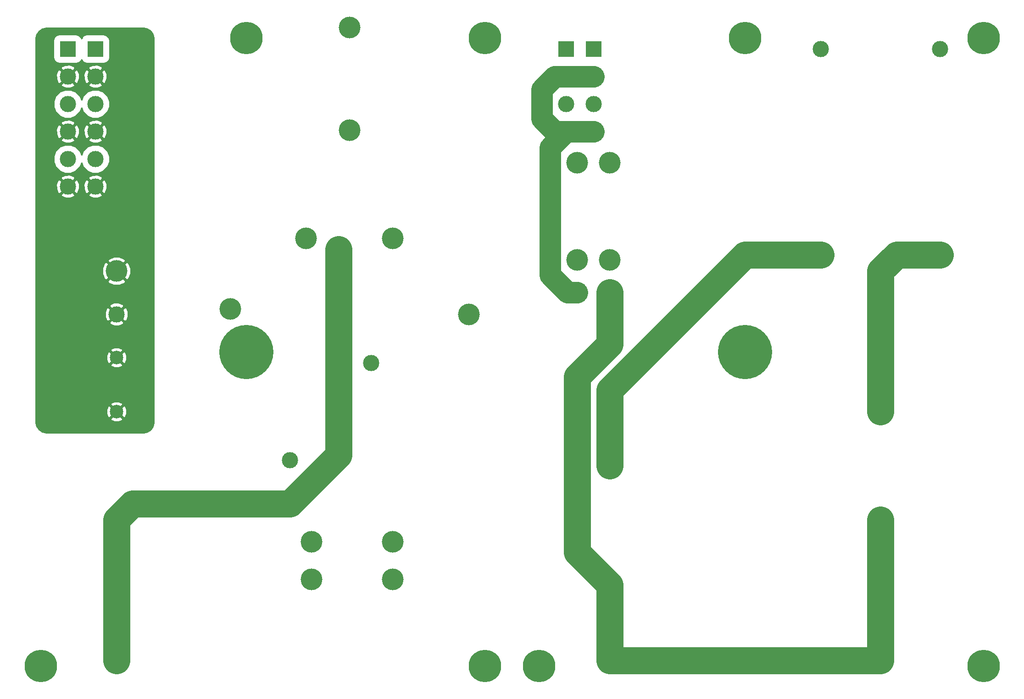
<source format=gbl>
G04 #@! TF.FileFunction,Copper,L2,Bot,Signal*
%FSLAX46Y46*%
G04 Gerber Fmt 4.6, Leading zero omitted, Abs format (unit mm)*
G04 Created by KiCad (PCBNEW 4.0.0-stable) date Monday, December 28, 2015 'PMt' 03:33:22 PM*
%MOMM*%
G01*
G04 APERTURE LIST*
%ADD10C,0.100000*%
%ADD11C,4.000000*%
%ADD12C,3.000000*%
%ADD13C,6.000000*%
%ADD14C,2.500000*%
%ADD15C,2.000000*%
%ADD16R,3.000000X3.000000*%
%ADD17C,10.000000*%
%ADD18C,5.000000*%
%ADD19C,4.000000*%
%ADD20C,0.254000*%
G04 APERTURE END LIST*
D10*
D11*
X114000000Y-71000000D03*
X128000000Y-85000000D03*
X84000000Y-84000000D03*
X98000000Y-71000000D03*
X106000000Y-32000000D03*
D12*
X104000000Y-73000000D03*
X110000000Y-94000000D03*
D11*
X106000000Y-51000000D03*
D13*
X87000000Y-34000000D03*
X131000000Y-34000000D03*
X131000000Y-150000000D03*
X49000000Y-150000000D03*
D12*
X215000000Y-36000000D03*
X215000000Y-74000000D03*
X193000000Y-74000000D03*
X193000000Y-36000000D03*
X154000000Y-149000000D03*
X154000000Y-99000000D03*
D14*
X154000000Y-143000000D03*
X154000000Y-139000000D03*
D15*
X154000000Y-135000000D03*
D14*
X154000000Y-105000000D03*
D15*
X154000000Y-113000000D03*
D14*
X154000000Y-109000000D03*
D11*
X114000000Y-127000000D03*
X114000000Y-134000000D03*
D12*
X95000000Y-120000000D03*
X95000000Y-112000000D03*
D11*
X99000000Y-127000000D03*
X99000000Y-134000000D03*
D16*
X146000000Y-36000000D03*
D12*
X146000000Y-41080000D03*
X146000000Y-46160000D03*
X146000000Y-51240000D03*
D16*
X151080000Y-36000000D03*
D12*
X151080000Y-41080000D03*
X151080000Y-46160000D03*
X151080000Y-51240000D03*
D16*
X54000000Y-36000000D03*
D12*
X54000000Y-41080000D03*
X54000000Y-46160000D03*
X54000000Y-51240000D03*
X54000000Y-56320000D03*
X54000000Y-61400000D03*
D16*
X59080000Y-36000000D03*
D12*
X59080000Y-41080000D03*
X59080000Y-46160000D03*
X59080000Y-51240000D03*
X59080000Y-56320000D03*
X59080000Y-61400000D03*
D17*
X179000000Y-92000000D03*
X87000000Y-92000000D03*
D13*
X179000000Y-34000000D03*
X141000000Y-150000000D03*
X223000000Y-150000000D03*
X223000000Y-34000000D03*
D11*
X154000000Y-75000000D03*
X148000000Y-57000000D03*
X148000000Y-75000000D03*
D14*
X148000000Y-81000000D03*
X154000000Y-81000000D03*
D11*
X154000000Y-57000000D03*
X204000000Y-149000000D03*
X204000000Y-77000000D03*
D14*
X204000000Y-133000000D03*
D12*
X204000000Y-141000000D03*
D14*
X204000000Y-93000000D03*
D12*
X204000000Y-85000000D03*
D14*
X204000000Y-123000000D03*
X204000000Y-103000000D03*
D11*
X63000000Y-149000000D03*
X63000000Y-77000000D03*
D14*
X63000000Y-133000000D03*
D12*
X63000000Y-141000000D03*
D14*
X63000000Y-93000000D03*
D12*
X63000000Y-85000000D03*
D14*
X63000000Y-123000000D03*
X63000000Y-103000000D03*
D18*
X204000000Y-133000000D02*
X204000000Y-123000000D01*
X204000000Y-141000000D02*
X204000000Y-133000000D01*
X204000000Y-149000000D02*
X204000000Y-141000000D01*
X154000000Y-143000000D02*
X154000000Y-149000000D01*
X154000000Y-139000000D02*
X154000000Y-143000000D01*
X154000000Y-135000000D02*
X154000000Y-139000000D01*
X154000000Y-81000000D02*
X154000000Y-90514706D01*
X154000000Y-90514706D02*
X147999990Y-96514715D01*
X147999990Y-128999990D02*
X153000001Y-134000001D01*
X147999990Y-96514715D02*
X147999990Y-128999990D01*
X153000001Y-134000001D02*
X154000000Y-135000000D01*
X154000000Y-149000000D02*
X204000000Y-149000000D01*
X154000000Y-109000000D02*
X154000000Y-113000000D01*
X154000000Y-105000000D02*
X154000000Y-109000000D01*
X154000000Y-99000000D02*
X154000000Y-105000000D01*
X193000000Y-74000000D02*
X179000000Y-74000000D01*
X179000000Y-74000000D02*
X154000000Y-99000000D01*
X204000000Y-93000000D02*
X204000000Y-103000000D01*
X204000000Y-85000000D02*
X204000000Y-93000000D01*
X204000000Y-77000000D02*
X204000000Y-85000000D01*
X215000000Y-74000000D02*
X207000000Y-74000000D01*
X207000000Y-74000000D02*
X204000000Y-77000000D01*
X63000000Y-141000000D02*
X63000000Y-149000000D01*
X63000000Y-133000000D02*
X63000000Y-141000000D01*
X63000000Y-123000000D02*
X63000000Y-133000000D01*
X95000000Y-120000000D02*
X66000000Y-120000000D01*
X66000000Y-120000000D02*
X63000000Y-123000000D01*
X104000000Y-73000000D02*
X104000000Y-111000000D01*
X104000000Y-111000000D02*
X95000000Y-120000000D01*
D19*
X146000000Y-51240000D02*
X142999999Y-54240001D01*
X142999999Y-54240001D02*
X142999999Y-77767765D01*
X142999999Y-77767765D02*
X146232234Y-81000000D01*
X146232234Y-81000000D02*
X148000000Y-81000000D01*
X146000000Y-51240000D02*
X151080000Y-51240000D01*
X146000000Y-41080000D02*
X143878680Y-41080000D01*
X143878680Y-41080000D02*
X141499999Y-43458681D01*
X141499999Y-43458681D02*
X141499999Y-48861319D01*
X141499999Y-48861319D02*
X143878680Y-51240000D01*
X143878680Y-51240000D02*
X146000000Y-51240000D01*
X151080000Y-41080000D02*
X146000000Y-41080000D01*
D20*
G36*
X68715814Y-32271873D02*
X69322652Y-32677348D01*
X69728127Y-33284186D01*
X69873000Y-34012509D01*
X69873000Y-104987491D01*
X69728127Y-105715814D01*
X69322652Y-106322652D01*
X68715814Y-106728127D01*
X67987491Y-106873000D01*
X50012509Y-106873000D01*
X49284186Y-106728127D01*
X48677348Y-106322652D01*
X48271873Y-105715814D01*
X48127000Y-104987491D01*
X48127000Y-104333320D01*
X61846285Y-104333320D01*
X61975533Y-104626123D01*
X62675806Y-104894388D01*
X63425435Y-104874250D01*
X64024467Y-104626123D01*
X64153715Y-104333320D01*
X63000000Y-103179605D01*
X61846285Y-104333320D01*
X48127000Y-104333320D01*
X48127000Y-102675806D01*
X61105612Y-102675806D01*
X61125750Y-103425435D01*
X61373877Y-104024467D01*
X61666680Y-104153715D01*
X62820395Y-103000000D01*
X63179605Y-103000000D01*
X64333320Y-104153715D01*
X64626123Y-104024467D01*
X64894388Y-103324194D01*
X64874250Y-102574565D01*
X64626123Y-101975533D01*
X64333320Y-101846285D01*
X63179605Y-103000000D01*
X62820395Y-103000000D01*
X61666680Y-101846285D01*
X61373877Y-101975533D01*
X61105612Y-102675806D01*
X48127000Y-102675806D01*
X48127000Y-101666680D01*
X61846285Y-101666680D01*
X63000000Y-102820395D01*
X64153715Y-101666680D01*
X64024467Y-101373877D01*
X63324194Y-101105612D01*
X62574565Y-101125750D01*
X61975533Y-101373877D01*
X61846285Y-101666680D01*
X48127000Y-101666680D01*
X48127000Y-94333320D01*
X61846285Y-94333320D01*
X61975533Y-94626123D01*
X62675806Y-94894388D01*
X63425435Y-94874250D01*
X64024467Y-94626123D01*
X64153715Y-94333320D01*
X63000000Y-93179605D01*
X61846285Y-94333320D01*
X48127000Y-94333320D01*
X48127000Y-92675806D01*
X61105612Y-92675806D01*
X61125750Y-93425435D01*
X61373877Y-94024467D01*
X61666680Y-94153715D01*
X62820395Y-93000000D01*
X63179605Y-93000000D01*
X64333320Y-94153715D01*
X64626123Y-94024467D01*
X64894388Y-93324194D01*
X64874250Y-92574565D01*
X64626123Y-91975533D01*
X64333320Y-91846285D01*
X63179605Y-93000000D01*
X62820395Y-93000000D01*
X61666680Y-91846285D01*
X61373877Y-91975533D01*
X61105612Y-92675806D01*
X48127000Y-92675806D01*
X48127000Y-91666680D01*
X61846285Y-91666680D01*
X63000000Y-92820395D01*
X64153715Y-91666680D01*
X64024467Y-91373877D01*
X63324194Y-91105612D01*
X62574565Y-91125750D01*
X61975533Y-91373877D01*
X61846285Y-91666680D01*
X48127000Y-91666680D01*
X48127000Y-86513970D01*
X61665635Y-86513970D01*
X61825418Y-86832739D01*
X62616187Y-87142723D01*
X63465387Y-87126497D01*
X64174582Y-86832739D01*
X64334365Y-86513970D01*
X63000000Y-85179605D01*
X61665635Y-86513970D01*
X48127000Y-86513970D01*
X48127000Y-84616187D01*
X60857277Y-84616187D01*
X60873503Y-85465387D01*
X61167261Y-86174582D01*
X61486030Y-86334365D01*
X62820395Y-85000000D01*
X63179605Y-85000000D01*
X64513970Y-86334365D01*
X64832739Y-86174582D01*
X65142723Y-85383813D01*
X65126497Y-84534613D01*
X64832739Y-83825418D01*
X64513970Y-83665635D01*
X63179605Y-85000000D01*
X62820395Y-85000000D01*
X61486030Y-83665635D01*
X61167261Y-83825418D01*
X60857277Y-84616187D01*
X48127000Y-84616187D01*
X48127000Y-83486030D01*
X61665635Y-83486030D01*
X63000000Y-84820395D01*
X64334365Y-83486030D01*
X64174582Y-83167261D01*
X63383813Y-82857277D01*
X62534613Y-82873503D01*
X61825418Y-83167261D01*
X61665635Y-83486030D01*
X48127000Y-83486030D01*
X48127000Y-78875022D01*
X61304584Y-78875022D01*
X61525353Y-79245743D01*
X62497012Y-79639119D01*
X63545247Y-79630713D01*
X64474647Y-79245743D01*
X64695416Y-78875022D01*
X63000000Y-77179605D01*
X61304584Y-78875022D01*
X48127000Y-78875022D01*
X48127000Y-76497012D01*
X60360881Y-76497012D01*
X60369287Y-77545247D01*
X60754257Y-78474647D01*
X61124978Y-78695416D01*
X62820395Y-77000000D01*
X63179605Y-77000000D01*
X64875022Y-78695416D01*
X65245743Y-78474647D01*
X65639119Y-77502988D01*
X65630713Y-76454753D01*
X65245743Y-75525353D01*
X64875022Y-75304584D01*
X63179605Y-77000000D01*
X62820395Y-77000000D01*
X61124978Y-75304584D01*
X60754257Y-75525353D01*
X60360881Y-76497012D01*
X48127000Y-76497012D01*
X48127000Y-75124978D01*
X61304584Y-75124978D01*
X63000000Y-76820395D01*
X64695416Y-75124978D01*
X64474647Y-74754257D01*
X63502988Y-74360881D01*
X62454753Y-74369287D01*
X61525353Y-74754257D01*
X61304584Y-75124978D01*
X48127000Y-75124978D01*
X48127000Y-62913970D01*
X52665635Y-62913970D01*
X52825418Y-63232739D01*
X53616187Y-63542723D01*
X54465387Y-63526497D01*
X55174582Y-63232739D01*
X55334365Y-62913970D01*
X57745635Y-62913970D01*
X57905418Y-63232739D01*
X58696187Y-63542723D01*
X59545387Y-63526497D01*
X60254582Y-63232739D01*
X60414365Y-62913970D01*
X59080000Y-61579605D01*
X57745635Y-62913970D01*
X55334365Y-62913970D01*
X54000000Y-61579605D01*
X52665635Y-62913970D01*
X48127000Y-62913970D01*
X48127000Y-61016187D01*
X51857277Y-61016187D01*
X51873503Y-61865387D01*
X52167261Y-62574582D01*
X52486030Y-62734365D01*
X53820395Y-61400000D01*
X54179605Y-61400000D01*
X55513970Y-62734365D01*
X55832739Y-62574582D01*
X56142723Y-61783813D01*
X56128056Y-61016187D01*
X56937277Y-61016187D01*
X56953503Y-61865387D01*
X57247261Y-62574582D01*
X57566030Y-62734365D01*
X58900395Y-61400000D01*
X59259605Y-61400000D01*
X60593970Y-62734365D01*
X60912739Y-62574582D01*
X61222723Y-61783813D01*
X61206497Y-60934613D01*
X60912739Y-60225418D01*
X60593970Y-60065635D01*
X59259605Y-61400000D01*
X58900395Y-61400000D01*
X57566030Y-60065635D01*
X57247261Y-60225418D01*
X56937277Y-61016187D01*
X56128056Y-61016187D01*
X56126497Y-60934613D01*
X55832739Y-60225418D01*
X55513970Y-60065635D01*
X54179605Y-61400000D01*
X53820395Y-61400000D01*
X52486030Y-60065635D01*
X52167261Y-60225418D01*
X51857277Y-61016187D01*
X48127000Y-61016187D01*
X48127000Y-59886030D01*
X52665635Y-59886030D01*
X54000000Y-61220395D01*
X55334365Y-59886030D01*
X57745635Y-59886030D01*
X59080000Y-61220395D01*
X60414365Y-59886030D01*
X60254582Y-59567261D01*
X59463813Y-59257277D01*
X58614613Y-59273503D01*
X57905418Y-59567261D01*
X57745635Y-59886030D01*
X55334365Y-59886030D01*
X55174582Y-59567261D01*
X54383813Y-59257277D01*
X53534613Y-59273503D01*
X52825418Y-59567261D01*
X52665635Y-59886030D01*
X48127000Y-59886030D01*
X48127000Y-56840250D01*
X51372545Y-56840250D01*
X51771639Y-57806132D01*
X52509981Y-58545764D01*
X53475165Y-58946543D01*
X54520250Y-58947455D01*
X55486132Y-58548361D01*
X56225764Y-57810019D01*
X56540279Y-57052582D01*
X56851639Y-57806132D01*
X57589981Y-58545764D01*
X58555165Y-58946543D01*
X59600250Y-58947455D01*
X60566132Y-58548361D01*
X61305764Y-57810019D01*
X61706543Y-56844835D01*
X61707455Y-55799750D01*
X61308361Y-54833868D01*
X60570019Y-54094236D01*
X59604835Y-53693457D01*
X58559750Y-53692545D01*
X57593868Y-54091639D01*
X56854236Y-54829981D01*
X56539721Y-55587418D01*
X56228361Y-54833868D01*
X55490019Y-54094236D01*
X54524835Y-53693457D01*
X53479750Y-53692545D01*
X52513868Y-54091639D01*
X51774236Y-54829981D01*
X51373457Y-55795165D01*
X51372545Y-56840250D01*
X48127000Y-56840250D01*
X48127000Y-52753970D01*
X52665635Y-52753970D01*
X52825418Y-53072739D01*
X53616187Y-53382723D01*
X54465387Y-53366497D01*
X55174582Y-53072739D01*
X55334365Y-52753970D01*
X57745635Y-52753970D01*
X57905418Y-53072739D01*
X58696187Y-53382723D01*
X59545387Y-53366497D01*
X60254582Y-53072739D01*
X60414365Y-52753970D01*
X59080000Y-51419605D01*
X57745635Y-52753970D01*
X55334365Y-52753970D01*
X54000000Y-51419605D01*
X52665635Y-52753970D01*
X48127000Y-52753970D01*
X48127000Y-50856187D01*
X51857277Y-50856187D01*
X51873503Y-51705387D01*
X52167261Y-52414582D01*
X52486030Y-52574365D01*
X53820395Y-51240000D01*
X54179605Y-51240000D01*
X55513970Y-52574365D01*
X55832739Y-52414582D01*
X56142723Y-51623813D01*
X56128056Y-50856187D01*
X56937277Y-50856187D01*
X56953503Y-51705387D01*
X57247261Y-52414582D01*
X57566030Y-52574365D01*
X58900395Y-51240000D01*
X59259605Y-51240000D01*
X60593970Y-52574365D01*
X60912739Y-52414582D01*
X61222723Y-51623813D01*
X61206497Y-50774613D01*
X60912739Y-50065418D01*
X60593970Y-49905635D01*
X59259605Y-51240000D01*
X58900395Y-51240000D01*
X57566030Y-49905635D01*
X57247261Y-50065418D01*
X56937277Y-50856187D01*
X56128056Y-50856187D01*
X56126497Y-50774613D01*
X55832739Y-50065418D01*
X55513970Y-49905635D01*
X54179605Y-51240000D01*
X53820395Y-51240000D01*
X52486030Y-49905635D01*
X52167261Y-50065418D01*
X51857277Y-50856187D01*
X48127000Y-50856187D01*
X48127000Y-49726030D01*
X52665635Y-49726030D01*
X54000000Y-51060395D01*
X55334365Y-49726030D01*
X57745635Y-49726030D01*
X59080000Y-51060395D01*
X60414365Y-49726030D01*
X60254582Y-49407261D01*
X59463813Y-49097277D01*
X58614613Y-49113503D01*
X57905418Y-49407261D01*
X57745635Y-49726030D01*
X55334365Y-49726030D01*
X55174582Y-49407261D01*
X54383813Y-49097277D01*
X53534613Y-49113503D01*
X52825418Y-49407261D01*
X52665635Y-49726030D01*
X48127000Y-49726030D01*
X48127000Y-46680250D01*
X51372545Y-46680250D01*
X51771639Y-47646132D01*
X52509981Y-48385764D01*
X53475165Y-48786543D01*
X54520250Y-48787455D01*
X55486132Y-48388361D01*
X56225764Y-47650019D01*
X56540279Y-46892582D01*
X56851639Y-47646132D01*
X57589981Y-48385764D01*
X58555165Y-48786543D01*
X59600250Y-48787455D01*
X60566132Y-48388361D01*
X61305764Y-47650019D01*
X61706543Y-46684835D01*
X61707455Y-45639750D01*
X61308361Y-44673868D01*
X60570019Y-43934236D01*
X59604835Y-43533457D01*
X58559750Y-43532545D01*
X57593868Y-43931639D01*
X56854236Y-44669981D01*
X56539721Y-45427418D01*
X56228361Y-44673868D01*
X55490019Y-43934236D01*
X54524835Y-43533457D01*
X53479750Y-43532545D01*
X52513868Y-43931639D01*
X51774236Y-44669981D01*
X51373457Y-45635165D01*
X51372545Y-46680250D01*
X48127000Y-46680250D01*
X48127000Y-42593970D01*
X52665635Y-42593970D01*
X52825418Y-42912739D01*
X53616187Y-43222723D01*
X54465387Y-43206497D01*
X55174582Y-42912739D01*
X55334365Y-42593970D01*
X57745635Y-42593970D01*
X57905418Y-42912739D01*
X58696187Y-43222723D01*
X59545387Y-43206497D01*
X60254582Y-42912739D01*
X60414365Y-42593970D01*
X59080000Y-41259605D01*
X57745635Y-42593970D01*
X55334365Y-42593970D01*
X54000000Y-41259605D01*
X52665635Y-42593970D01*
X48127000Y-42593970D01*
X48127000Y-40696187D01*
X51857277Y-40696187D01*
X51873503Y-41545387D01*
X52167261Y-42254582D01*
X52486030Y-42414365D01*
X53820395Y-41080000D01*
X54179605Y-41080000D01*
X55513970Y-42414365D01*
X55832739Y-42254582D01*
X56142723Y-41463813D01*
X56128056Y-40696187D01*
X56937277Y-40696187D01*
X56953503Y-41545387D01*
X57247261Y-42254582D01*
X57566030Y-42414365D01*
X58900395Y-41080000D01*
X59259605Y-41080000D01*
X60593970Y-42414365D01*
X60912739Y-42254582D01*
X61222723Y-41463813D01*
X61206497Y-40614613D01*
X60912739Y-39905418D01*
X60593970Y-39745635D01*
X59259605Y-41080000D01*
X58900395Y-41080000D01*
X57566030Y-39745635D01*
X57247261Y-39905418D01*
X56937277Y-40696187D01*
X56128056Y-40696187D01*
X56126497Y-40614613D01*
X55832739Y-39905418D01*
X55513970Y-39745635D01*
X54179605Y-41080000D01*
X53820395Y-41080000D01*
X52486030Y-39745635D01*
X52167261Y-39905418D01*
X51857277Y-40696187D01*
X48127000Y-40696187D01*
X48127000Y-39566030D01*
X52665635Y-39566030D01*
X54000000Y-40900395D01*
X55334365Y-39566030D01*
X57745635Y-39566030D01*
X59080000Y-40900395D01*
X60414365Y-39566030D01*
X60254582Y-39247261D01*
X59463813Y-38937277D01*
X58614613Y-38953503D01*
X57905418Y-39247261D01*
X57745635Y-39566030D01*
X55334365Y-39566030D01*
X55174582Y-39247261D01*
X54383813Y-38937277D01*
X53534613Y-38953503D01*
X52825418Y-39247261D01*
X52665635Y-39566030D01*
X48127000Y-39566030D01*
X48127000Y-34500000D01*
X51350921Y-34500000D01*
X51350921Y-37500000D01*
X51429506Y-37917641D01*
X51676331Y-38301219D01*
X52052944Y-38558548D01*
X52500000Y-38649079D01*
X55500000Y-38649079D01*
X55917641Y-38570494D01*
X56301219Y-38323669D01*
X56543039Y-37969754D01*
X56756331Y-38301219D01*
X57132944Y-38558548D01*
X57580000Y-38649079D01*
X60580000Y-38649079D01*
X60997641Y-38570494D01*
X61381219Y-38323669D01*
X61638548Y-37947056D01*
X61729079Y-37500000D01*
X61729079Y-34500000D01*
X61650494Y-34082359D01*
X61403669Y-33698781D01*
X61027056Y-33441452D01*
X60580000Y-33350921D01*
X57580000Y-33350921D01*
X57162359Y-33429506D01*
X56778781Y-33676331D01*
X56536961Y-34030246D01*
X56323669Y-33698781D01*
X55947056Y-33441452D01*
X55500000Y-33350921D01*
X52500000Y-33350921D01*
X52082359Y-33429506D01*
X51698781Y-33676331D01*
X51441452Y-34052944D01*
X51350921Y-34500000D01*
X48127000Y-34500000D01*
X48127000Y-34012509D01*
X48271873Y-33284186D01*
X48677348Y-32677348D01*
X49284186Y-32271873D01*
X50012509Y-32127000D01*
X67987491Y-32127000D01*
X68715814Y-32271873D01*
X68715814Y-32271873D01*
G37*
X68715814Y-32271873D02*
X69322652Y-32677348D01*
X69728127Y-33284186D01*
X69873000Y-34012509D01*
X69873000Y-104987491D01*
X69728127Y-105715814D01*
X69322652Y-106322652D01*
X68715814Y-106728127D01*
X67987491Y-106873000D01*
X50012509Y-106873000D01*
X49284186Y-106728127D01*
X48677348Y-106322652D01*
X48271873Y-105715814D01*
X48127000Y-104987491D01*
X48127000Y-104333320D01*
X61846285Y-104333320D01*
X61975533Y-104626123D01*
X62675806Y-104894388D01*
X63425435Y-104874250D01*
X64024467Y-104626123D01*
X64153715Y-104333320D01*
X63000000Y-103179605D01*
X61846285Y-104333320D01*
X48127000Y-104333320D01*
X48127000Y-102675806D01*
X61105612Y-102675806D01*
X61125750Y-103425435D01*
X61373877Y-104024467D01*
X61666680Y-104153715D01*
X62820395Y-103000000D01*
X63179605Y-103000000D01*
X64333320Y-104153715D01*
X64626123Y-104024467D01*
X64894388Y-103324194D01*
X64874250Y-102574565D01*
X64626123Y-101975533D01*
X64333320Y-101846285D01*
X63179605Y-103000000D01*
X62820395Y-103000000D01*
X61666680Y-101846285D01*
X61373877Y-101975533D01*
X61105612Y-102675806D01*
X48127000Y-102675806D01*
X48127000Y-101666680D01*
X61846285Y-101666680D01*
X63000000Y-102820395D01*
X64153715Y-101666680D01*
X64024467Y-101373877D01*
X63324194Y-101105612D01*
X62574565Y-101125750D01*
X61975533Y-101373877D01*
X61846285Y-101666680D01*
X48127000Y-101666680D01*
X48127000Y-94333320D01*
X61846285Y-94333320D01*
X61975533Y-94626123D01*
X62675806Y-94894388D01*
X63425435Y-94874250D01*
X64024467Y-94626123D01*
X64153715Y-94333320D01*
X63000000Y-93179605D01*
X61846285Y-94333320D01*
X48127000Y-94333320D01*
X48127000Y-92675806D01*
X61105612Y-92675806D01*
X61125750Y-93425435D01*
X61373877Y-94024467D01*
X61666680Y-94153715D01*
X62820395Y-93000000D01*
X63179605Y-93000000D01*
X64333320Y-94153715D01*
X64626123Y-94024467D01*
X64894388Y-93324194D01*
X64874250Y-92574565D01*
X64626123Y-91975533D01*
X64333320Y-91846285D01*
X63179605Y-93000000D01*
X62820395Y-93000000D01*
X61666680Y-91846285D01*
X61373877Y-91975533D01*
X61105612Y-92675806D01*
X48127000Y-92675806D01*
X48127000Y-91666680D01*
X61846285Y-91666680D01*
X63000000Y-92820395D01*
X64153715Y-91666680D01*
X64024467Y-91373877D01*
X63324194Y-91105612D01*
X62574565Y-91125750D01*
X61975533Y-91373877D01*
X61846285Y-91666680D01*
X48127000Y-91666680D01*
X48127000Y-86513970D01*
X61665635Y-86513970D01*
X61825418Y-86832739D01*
X62616187Y-87142723D01*
X63465387Y-87126497D01*
X64174582Y-86832739D01*
X64334365Y-86513970D01*
X63000000Y-85179605D01*
X61665635Y-86513970D01*
X48127000Y-86513970D01*
X48127000Y-84616187D01*
X60857277Y-84616187D01*
X60873503Y-85465387D01*
X61167261Y-86174582D01*
X61486030Y-86334365D01*
X62820395Y-85000000D01*
X63179605Y-85000000D01*
X64513970Y-86334365D01*
X64832739Y-86174582D01*
X65142723Y-85383813D01*
X65126497Y-84534613D01*
X64832739Y-83825418D01*
X64513970Y-83665635D01*
X63179605Y-85000000D01*
X62820395Y-85000000D01*
X61486030Y-83665635D01*
X61167261Y-83825418D01*
X60857277Y-84616187D01*
X48127000Y-84616187D01*
X48127000Y-83486030D01*
X61665635Y-83486030D01*
X63000000Y-84820395D01*
X64334365Y-83486030D01*
X64174582Y-83167261D01*
X63383813Y-82857277D01*
X62534613Y-82873503D01*
X61825418Y-83167261D01*
X61665635Y-83486030D01*
X48127000Y-83486030D01*
X48127000Y-78875022D01*
X61304584Y-78875022D01*
X61525353Y-79245743D01*
X62497012Y-79639119D01*
X63545247Y-79630713D01*
X64474647Y-79245743D01*
X64695416Y-78875022D01*
X63000000Y-77179605D01*
X61304584Y-78875022D01*
X48127000Y-78875022D01*
X48127000Y-76497012D01*
X60360881Y-76497012D01*
X60369287Y-77545247D01*
X60754257Y-78474647D01*
X61124978Y-78695416D01*
X62820395Y-77000000D01*
X63179605Y-77000000D01*
X64875022Y-78695416D01*
X65245743Y-78474647D01*
X65639119Y-77502988D01*
X65630713Y-76454753D01*
X65245743Y-75525353D01*
X64875022Y-75304584D01*
X63179605Y-77000000D01*
X62820395Y-77000000D01*
X61124978Y-75304584D01*
X60754257Y-75525353D01*
X60360881Y-76497012D01*
X48127000Y-76497012D01*
X48127000Y-75124978D01*
X61304584Y-75124978D01*
X63000000Y-76820395D01*
X64695416Y-75124978D01*
X64474647Y-74754257D01*
X63502988Y-74360881D01*
X62454753Y-74369287D01*
X61525353Y-74754257D01*
X61304584Y-75124978D01*
X48127000Y-75124978D01*
X48127000Y-62913970D01*
X52665635Y-62913970D01*
X52825418Y-63232739D01*
X53616187Y-63542723D01*
X54465387Y-63526497D01*
X55174582Y-63232739D01*
X55334365Y-62913970D01*
X57745635Y-62913970D01*
X57905418Y-63232739D01*
X58696187Y-63542723D01*
X59545387Y-63526497D01*
X60254582Y-63232739D01*
X60414365Y-62913970D01*
X59080000Y-61579605D01*
X57745635Y-62913970D01*
X55334365Y-62913970D01*
X54000000Y-61579605D01*
X52665635Y-62913970D01*
X48127000Y-62913970D01*
X48127000Y-61016187D01*
X51857277Y-61016187D01*
X51873503Y-61865387D01*
X52167261Y-62574582D01*
X52486030Y-62734365D01*
X53820395Y-61400000D01*
X54179605Y-61400000D01*
X55513970Y-62734365D01*
X55832739Y-62574582D01*
X56142723Y-61783813D01*
X56128056Y-61016187D01*
X56937277Y-61016187D01*
X56953503Y-61865387D01*
X57247261Y-62574582D01*
X57566030Y-62734365D01*
X58900395Y-61400000D01*
X59259605Y-61400000D01*
X60593970Y-62734365D01*
X60912739Y-62574582D01*
X61222723Y-61783813D01*
X61206497Y-60934613D01*
X60912739Y-60225418D01*
X60593970Y-60065635D01*
X59259605Y-61400000D01*
X58900395Y-61400000D01*
X57566030Y-60065635D01*
X57247261Y-60225418D01*
X56937277Y-61016187D01*
X56128056Y-61016187D01*
X56126497Y-60934613D01*
X55832739Y-60225418D01*
X55513970Y-60065635D01*
X54179605Y-61400000D01*
X53820395Y-61400000D01*
X52486030Y-60065635D01*
X52167261Y-60225418D01*
X51857277Y-61016187D01*
X48127000Y-61016187D01*
X48127000Y-59886030D01*
X52665635Y-59886030D01*
X54000000Y-61220395D01*
X55334365Y-59886030D01*
X57745635Y-59886030D01*
X59080000Y-61220395D01*
X60414365Y-59886030D01*
X60254582Y-59567261D01*
X59463813Y-59257277D01*
X58614613Y-59273503D01*
X57905418Y-59567261D01*
X57745635Y-59886030D01*
X55334365Y-59886030D01*
X55174582Y-59567261D01*
X54383813Y-59257277D01*
X53534613Y-59273503D01*
X52825418Y-59567261D01*
X52665635Y-59886030D01*
X48127000Y-59886030D01*
X48127000Y-56840250D01*
X51372545Y-56840250D01*
X51771639Y-57806132D01*
X52509981Y-58545764D01*
X53475165Y-58946543D01*
X54520250Y-58947455D01*
X55486132Y-58548361D01*
X56225764Y-57810019D01*
X56540279Y-57052582D01*
X56851639Y-57806132D01*
X57589981Y-58545764D01*
X58555165Y-58946543D01*
X59600250Y-58947455D01*
X60566132Y-58548361D01*
X61305764Y-57810019D01*
X61706543Y-56844835D01*
X61707455Y-55799750D01*
X61308361Y-54833868D01*
X60570019Y-54094236D01*
X59604835Y-53693457D01*
X58559750Y-53692545D01*
X57593868Y-54091639D01*
X56854236Y-54829981D01*
X56539721Y-55587418D01*
X56228361Y-54833868D01*
X55490019Y-54094236D01*
X54524835Y-53693457D01*
X53479750Y-53692545D01*
X52513868Y-54091639D01*
X51774236Y-54829981D01*
X51373457Y-55795165D01*
X51372545Y-56840250D01*
X48127000Y-56840250D01*
X48127000Y-52753970D01*
X52665635Y-52753970D01*
X52825418Y-53072739D01*
X53616187Y-53382723D01*
X54465387Y-53366497D01*
X55174582Y-53072739D01*
X55334365Y-52753970D01*
X57745635Y-52753970D01*
X57905418Y-53072739D01*
X58696187Y-53382723D01*
X59545387Y-53366497D01*
X60254582Y-53072739D01*
X60414365Y-52753970D01*
X59080000Y-51419605D01*
X57745635Y-52753970D01*
X55334365Y-52753970D01*
X54000000Y-51419605D01*
X52665635Y-52753970D01*
X48127000Y-52753970D01*
X48127000Y-50856187D01*
X51857277Y-50856187D01*
X51873503Y-51705387D01*
X52167261Y-52414582D01*
X52486030Y-52574365D01*
X53820395Y-51240000D01*
X54179605Y-51240000D01*
X55513970Y-52574365D01*
X55832739Y-52414582D01*
X56142723Y-51623813D01*
X56128056Y-50856187D01*
X56937277Y-50856187D01*
X56953503Y-51705387D01*
X57247261Y-52414582D01*
X57566030Y-52574365D01*
X58900395Y-51240000D01*
X59259605Y-51240000D01*
X60593970Y-52574365D01*
X60912739Y-52414582D01*
X61222723Y-51623813D01*
X61206497Y-50774613D01*
X60912739Y-50065418D01*
X60593970Y-49905635D01*
X59259605Y-51240000D01*
X58900395Y-51240000D01*
X57566030Y-49905635D01*
X57247261Y-50065418D01*
X56937277Y-50856187D01*
X56128056Y-50856187D01*
X56126497Y-50774613D01*
X55832739Y-50065418D01*
X55513970Y-49905635D01*
X54179605Y-51240000D01*
X53820395Y-51240000D01*
X52486030Y-49905635D01*
X52167261Y-50065418D01*
X51857277Y-50856187D01*
X48127000Y-50856187D01*
X48127000Y-49726030D01*
X52665635Y-49726030D01*
X54000000Y-51060395D01*
X55334365Y-49726030D01*
X57745635Y-49726030D01*
X59080000Y-51060395D01*
X60414365Y-49726030D01*
X60254582Y-49407261D01*
X59463813Y-49097277D01*
X58614613Y-49113503D01*
X57905418Y-49407261D01*
X57745635Y-49726030D01*
X55334365Y-49726030D01*
X55174582Y-49407261D01*
X54383813Y-49097277D01*
X53534613Y-49113503D01*
X52825418Y-49407261D01*
X52665635Y-49726030D01*
X48127000Y-49726030D01*
X48127000Y-46680250D01*
X51372545Y-46680250D01*
X51771639Y-47646132D01*
X52509981Y-48385764D01*
X53475165Y-48786543D01*
X54520250Y-48787455D01*
X55486132Y-48388361D01*
X56225764Y-47650019D01*
X56540279Y-46892582D01*
X56851639Y-47646132D01*
X57589981Y-48385764D01*
X58555165Y-48786543D01*
X59600250Y-48787455D01*
X60566132Y-48388361D01*
X61305764Y-47650019D01*
X61706543Y-46684835D01*
X61707455Y-45639750D01*
X61308361Y-44673868D01*
X60570019Y-43934236D01*
X59604835Y-43533457D01*
X58559750Y-43532545D01*
X57593868Y-43931639D01*
X56854236Y-44669981D01*
X56539721Y-45427418D01*
X56228361Y-44673868D01*
X55490019Y-43934236D01*
X54524835Y-43533457D01*
X53479750Y-43532545D01*
X52513868Y-43931639D01*
X51774236Y-44669981D01*
X51373457Y-45635165D01*
X51372545Y-46680250D01*
X48127000Y-46680250D01*
X48127000Y-42593970D01*
X52665635Y-42593970D01*
X52825418Y-42912739D01*
X53616187Y-43222723D01*
X54465387Y-43206497D01*
X55174582Y-42912739D01*
X55334365Y-42593970D01*
X57745635Y-42593970D01*
X57905418Y-42912739D01*
X58696187Y-43222723D01*
X59545387Y-43206497D01*
X60254582Y-42912739D01*
X60414365Y-42593970D01*
X59080000Y-41259605D01*
X57745635Y-42593970D01*
X55334365Y-42593970D01*
X54000000Y-41259605D01*
X52665635Y-42593970D01*
X48127000Y-42593970D01*
X48127000Y-40696187D01*
X51857277Y-40696187D01*
X51873503Y-41545387D01*
X52167261Y-42254582D01*
X52486030Y-42414365D01*
X53820395Y-41080000D01*
X54179605Y-41080000D01*
X55513970Y-42414365D01*
X55832739Y-42254582D01*
X56142723Y-41463813D01*
X56128056Y-40696187D01*
X56937277Y-40696187D01*
X56953503Y-41545387D01*
X57247261Y-42254582D01*
X57566030Y-42414365D01*
X58900395Y-41080000D01*
X59259605Y-41080000D01*
X60593970Y-42414365D01*
X60912739Y-42254582D01*
X61222723Y-41463813D01*
X61206497Y-40614613D01*
X60912739Y-39905418D01*
X60593970Y-39745635D01*
X59259605Y-41080000D01*
X58900395Y-41080000D01*
X57566030Y-39745635D01*
X57247261Y-39905418D01*
X56937277Y-40696187D01*
X56128056Y-40696187D01*
X56126497Y-40614613D01*
X55832739Y-39905418D01*
X55513970Y-39745635D01*
X54179605Y-41080000D01*
X53820395Y-41080000D01*
X52486030Y-39745635D01*
X52167261Y-39905418D01*
X51857277Y-40696187D01*
X48127000Y-40696187D01*
X48127000Y-39566030D01*
X52665635Y-39566030D01*
X54000000Y-40900395D01*
X55334365Y-39566030D01*
X57745635Y-39566030D01*
X59080000Y-40900395D01*
X60414365Y-39566030D01*
X60254582Y-39247261D01*
X59463813Y-38937277D01*
X58614613Y-38953503D01*
X57905418Y-39247261D01*
X57745635Y-39566030D01*
X55334365Y-39566030D01*
X55174582Y-39247261D01*
X54383813Y-38937277D01*
X53534613Y-38953503D01*
X52825418Y-39247261D01*
X52665635Y-39566030D01*
X48127000Y-39566030D01*
X48127000Y-34500000D01*
X51350921Y-34500000D01*
X51350921Y-37500000D01*
X51429506Y-37917641D01*
X51676331Y-38301219D01*
X52052944Y-38558548D01*
X52500000Y-38649079D01*
X55500000Y-38649079D01*
X55917641Y-38570494D01*
X56301219Y-38323669D01*
X56543039Y-37969754D01*
X56756331Y-38301219D01*
X57132944Y-38558548D01*
X57580000Y-38649079D01*
X60580000Y-38649079D01*
X60997641Y-38570494D01*
X61381219Y-38323669D01*
X61638548Y-37947056D01*
X61729079Y-37500000D01*
X61729079Y-34500000D01*
X61650494Y-34082359D01*
X61403669Y-33698781D01*
X61027056Y-33441452D01*
X60580000Y-33350921D01*
X57580000Y-33350921D01*
X57162359Y-33429506D01*
X56778781Y-33676331D01*
X56536961Y-34030246D01*
X56323669Y-33698781D01*
X55947056Y-33441452D01*
X55500000Y-33350921D01*
X52500000Y-33350921D01*
X52082359Y-33429506D01*
X51698781Y-33676331D01*
X51441452Y-34052944D01*
X51350921Y-34500000D01*
X48127000Y-34500000D01*
X48127000Y-34012509D01*
X48271873Y-33284186D01*
X48677348Y-32677348D01*
X49284186Y-32271873D01*
X50012509Y-32127000D01*
X67987491Y-32127000D01*
X68715814Y-32271873D01*
M02*

</source>
